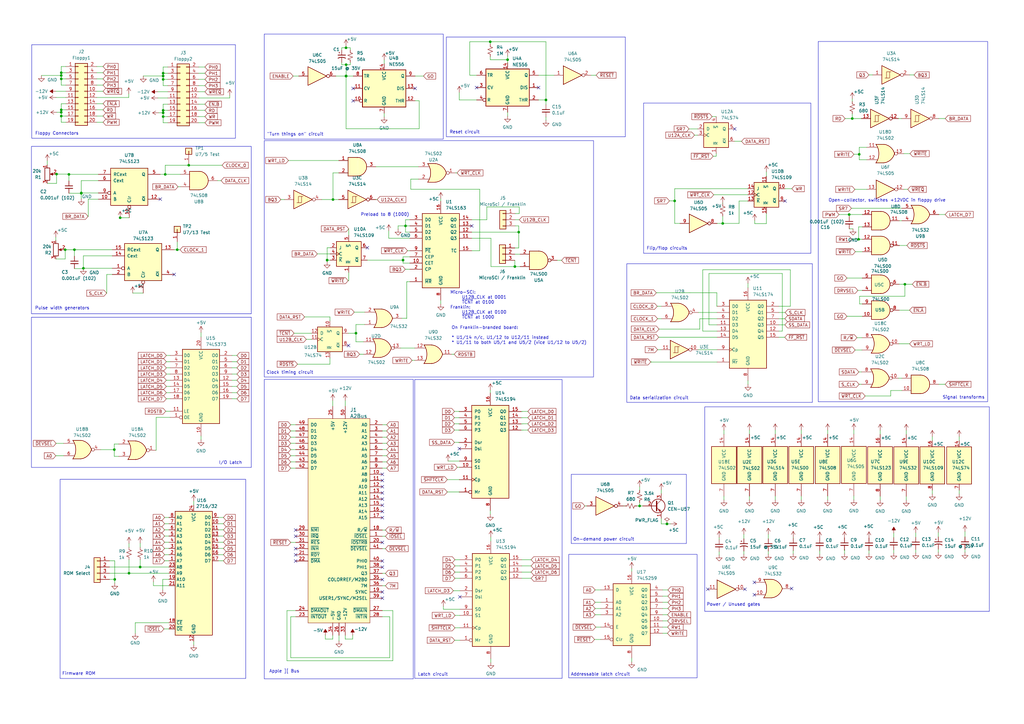
<source format=kicad_sch>
(kicad_sch (version 20230121) (generator eeschema)

  (uuid 56eaaa0c-e1fe-4237-9a20-09a5d3261c04)

  (paper "A3")

  (title_block
    (title "Micro-SCI Floppy Drive Controller")
    (date "2023-07-17")
    (rev "v0.2")
    (company "RyuCats")
  )

  

  (junction (at 352.3996 63.2968) (diameter 0) (color 0 0 0 0)
    (uuid 0eb7f77a-1691-46a5-beb9-708ba98faadf)
  )
  (junction (at 141.9606 31.1912) (diameter 0) (color 0 0 0 0)
    (uuid 13592c1d-8d3a-4a77-9349-f40d5d958c1c)
  )
  (junction (at 49.276 89.3064) (diameter 0) (color 0 0 0 0)
    (uuid 14d45346-d329-43a1-b9b8-64a35b0c2786)
  )
  (junction (at 25.1206 47.5996) (diameter 0) (color 0 0 0 0)
    (uuid 15f43f1c-accb-4895-805a-096f40d54a7a)
  )
  (junction (at 57.4802 232.5624) (diameter 0) (color 0 0 0 0)
    (uuid 227877cb-8d6b-42dd-9f7a-f23170c0b15d)
  )
  (junction (at 66.9036 46.2788) (diameter 0) (color 0 0 0 0)
    (uuid 227ba67b-bd2a-403b-9cca-ece13dfc9a29)
  )
  (junction (at 349.5548 48.6156) (diameter 0) (color 0 0 0 0)
    (uuid 22d6e3b8-95bd-43ec-9b4a-155fdcc0cc26)
  )
  (junction (at 262.3312 207.518) (diameter 0) (color 0 0 0 0)
    (uuid 23e17ec8-9479-4c85-9262-9a7a693e4f16)
  )
  (junction (at 66.9036 32.5628) (diameter 0) (color 0 0 0 0)
    (uuid 2668cc68-5cd8-4256-8d5f-46a4b9c3d00f)
  )
  (junction (at 23.1902 71.3994) (diameter 0) (color 0 0 0 0)
    (uuid 29ede8ec-7163-4f64-b12a-891361f6d83e)
  )
  (junction (at 141.9352 31.1912) (diameter 0) (color 0 0 0 0)
    (uuid 2ad1150c-6a6d-4f48-80de-136a5933bf00)
  )
  (junction (at 66.9036 45.2628) (diameter 0) (color 0 0 0 0)
    (uuid 3676ef53-63ee-4f61-b495-9fda43b885aa)
  )
  (junction (at 52.9082 235.1024) (diameter 0) (color 0 0 0 0)
    (uuid 4047e49c-241f-4070-8ebb-d2175194a5a3)
  )
  (junction (at 25.1206 45.0596) (diameter 0) (color 0 0 0 0)
    (uuid 40a6aa2a-e077-4ccc-98cc-345cab0b77dd)
  )
  (junction (at 25.1206 32.3596) (diameter 0) (color 0 0 0 0)
    (uuid 427efada-0d99-44ee-b65a-61a94a1ba131)
  )
  (junction (at 25.1206 46.0756) (diameter 0) (color 0 0 0 0)
    (uuid 44148518-9c6e-4761-89b6-5d970091b980)
  )
  (junction (at 66.9036 47.8028) (diameter 0) (color 0 0 0 0)
    (uuid 48719128-be50-41b3-839a-ab256d4cf8cc)
  )
  (junction (at 67.7672 71.5264) (diameter 0) (color 0 0 0 0)
    (uuid 5003d7e0-03d4-4a97-9867-30b08d65563e)
  )
  (junction (at 25.1206 29.8196) (diameter 0) (color 0 0 0 0)
    (uuid 5064e6d7-e5c5-4f08-9333-555f72eee4ee)
  )
  (junction (at 208.1784 24.4856) (diameter 0) (color 0 0 0 0)
    (uuid 52c27fbd-9fc4-4e48-90e6-38e3a0d82b5d)
  )
  (junction (at 77.4192 67.7672) (diameter 0) (color 0 0 0 0)
    (uuid 531f59de-cffa-4898-944c-2df625fa4f9d)
  )
  (junction (at 371.1448 116.586) (diameter 0) (color 0 0 0 0)
    (uuid 5481632d-fd31-48d1-9241-3db81d2839df)
  )
  (junction (at 47.0662 237.6424) (diameter 0) (color 0 0 0 0)
    (uuid 581e9f3c-406a-4072-8e53-4bc36d564c9b)
  )
  (junction (at 166.3192 92.6592) (diameter 0) (color 0 0 0 0)
    (uuid 62ec17b1-65c1-4c8e-8373-71d96a4abc8f)
  )
  (junction (at 201.0664 17.1196) (diameter 0) (color 0 0 0 0)
    (uuid 68ac5519-04af-4e05-a4cf-db1e10ee5e75)
  )
  (junction (at 25.1206 30.9626) (diameter 0) (color 0 0 0 0)
    (uuid 6a049e7b-9826-405a-8ee8-2a6dd344f06c)
  )
  (junction (at 212.7504 95.1992) (diameter 0) (color 0 0 0 0)
    (uuid 76f27323-c1b6-4a00-a4f9-70e5b2fc6f64)
  )
  (junction (at 296.418 91.6432) (diameter 0) (color 0 0 0 0)
    (uuid 79353c67-35db-4fb8-abb6-9245fc42cbe6)
  )
  (junction (at 72.6948 102.4128) (diameter 0) (color 0 0 0 0)
    (uuid 7ce3703f-729a-4203-950c-652f669b6459)
  )
  (junction (at 26.7208 102.4128) (diameter 0) (color 0 0 0 0)
    (uuid 8333f7e2-3100-475c-84ac-bd4fd90e46a2)
  )
  (junction (at 141.9098 19.6088) (diameter 0) (color 0 0 0 0)
    (uuid 85293332-46cf-469f-9f14-444ea1474be8)
  )
  (junction (at 145.9992 136.652) (diameter 0) (color 0 0 0 0)
    (uuid 8a6f51da-dbd5-4499-9d4d-062cfa0c7452)
  )
  (junction (at 165.3032 106.68) (diameter 0) (color 0 0 0 0)
    (uuid 977745df-e2a3-4c8b-8cd8-4034ea36c9c3)
  )
  (junction (at 66.9036 30.0228) (diameter 0) (color 0 0 0 0)
    (uuid 9b875f30-8f9b-4b5b-b27e-88f17676d28e)
  )
  (junction (at 33.3502 79.1464) (diameter 0) (color 0 0 0 0)
    (uuid 9f9bb35f-05c9-4917-bf0a-74edb9b5decb)
  )
  (junction (at 352.1456 98.1456) (diameter 0) (color 0 0 0 0)
    (uuid ad2be07c-8a30-4aa7-a902-e507f61e2d74)
  )
  (junction (at 28.2702 71.5264) (diameter 0) (color 0 0 0 0)
    (uuid ad8a0025-e6c4-4a4a-96d1-a3bb46b52a4d)
  )
  (junction (at 134.1628 106.68) (diameter 0) (color 0 0 0 0)
    (uuid ae179397-46b0-4a33-ac43-4aafafbfe5b9)
  )
  (junction (at 273.558 214.884) (diameter 0) (color 0 0 0 0)
    (uuid b0f8be71-f714-4244-b97f-54dbc83dae95)
  )
  (junction (at 276.7076 82.3976) (diameter 0) (color 0 0 0 0)
    (uuid b4a3bb6a-530b-4020-a7aa-af7ad092ce73)
  )
  (junction (at 34.2138 110.0328) (diameter 0) (color 0 0 0 0)
    (uuid b56295da-b4a2-4945-9c4d-f118b61e7a62)
  )
  (junction (at 141.9606 26.5176) (diameter 0) (color 0 0 0 0)
    (uuid b69758b6-d427-4d1f-9770-f7c02da649a6)
  )
  (junction (at 46.8884 184.404) (diameter 0) (color 0 0 0 0)
    (uuid c4f9e4e2-930d-4690-8724-998bb53a0423)
  )
  (junction (at 348.2848 87.9856) (diameter 0) (color 0 0 0 0)
    (uuid c6e410d8-fbfc-44b4-bcd8-be6e4755ff5a)
  )
  (junction (at 211.1756 109.3216) (diameter 0) (color 0 0 0 0)
    (uuid e4552e4c-cca1-4eb3-a435-a3bdac03e800)
  )
  (junction (at 136.5758 81.8388) (diameter 0) (color 0 0 0 0)
    (uuid ed67b67e-a426-4e33-b6fc-58e6ea6d54f9)
  )
  (junction (at 30.5308 102.4128) (diameter 0) (color 0 0 0 0)
    (uuid f08fc34c-75fd-4391-ab9e-36ec8f420cd0)
  )
  (junction (at 33.3502 79.2734) (diameter 0) (color 0 0 0 0)
    (uuid f2487e48-6677-414e-8fde-0accde918ba7)
  )
  (junction (at 223.9264 40.9956) (diameter 0) (color 0 0 0 0)
    (uuid f58bedbe-f86d-4c34-b2d0-1df5e8ec9b59)
  )
  (junction (at 66.9036 31.1658) (diameter 0) (color 0 0 0 0)
    (uuid fd8434a6-ac94-4e1e-834a-b713ca90d0b1)
  )

  (no_connect (at 121.2596 219.9386) (uuid 00079c83-a711-4f95-8171-4707c1ffe4f2))
  (no_connect (at 188.4172 184.023) (uuid 0023254e-99a6-4e38-9aea-036adb434f94))
  (no_connect (at 305.5366 241.681) (uuid 09946f3d-95c5-4e83-bdee-666ac37263df))
  (no_connect (at 220.8784 35.9156) (uuid 0b4616bb-b68c-4768-b13c-bb3ab37b1241))
  (no_connect (at 156.8196 242.7986) (uuid 11d10470-6e67-4a4b-a7d4-b72ef4a9d1ca))
  (no_connect (at 142.9512 141.732) (uuid 2152bf48-a03d-4428-a1b1-5d9930c6322c))
  (no_connect (at 321.9704 82.4484) (uuid 2357aadf-b5b6-4a47-84a0-ec9270bf8db0))
  (no_connect (at 156.8196 202.1586) (uuid 2dd1b146-5821-42d2-b7b7-652f3d37495f))
  (no_connect (at 156.8196 232.6386) (uuid 3885ffd3-fd3b-4dba-b4f6-fb833d8d535c))
  (no_connect (at 121.2596 227.5586) (uuid 3bb3b145-9e54-4d85-a684-3f371eba77c4))
  (no_connect (at 121.2596 230.0986) (uuid 40c3baa7-d5b0-4c7e-89ad-714f7d1d467f))
  (no_connect (at 71.4248 112.5728) (uuid 46481c9d-3219-495e-99d8-4db677316f31))
  (no_connect (at 144.8562 41.3512) (uuid 4e90335f-0b5c-44b6-954e-50c9221d83fb))
  (no_connect (at 309.4228 243.9416) (uuid 55a97291-90c8-48d1-b85b-42536268fe43))
  (no_connect (at 156.8196 197.0786) (uuid 5a352595-70d1-4dc3-83fe-9cc43b2ea3b8))
  (no_connect (at 121.2596 217.3986) (uuid 5c47f2df-94cd-4506-8fb8-5fba0f3f15d4))
  (no_connect (at 301.3456 52.8828) (uuid 67e50e74-ce51-41c4-8715-55e602ab574f))
  (no_connect (at 156.8196 222.4786) (uuid 730a19e5-44b6-4b85-b39d-3319b8b30c0e))
  (no_connect (at 156.8196 209.7786) (uuid 745f3071-b71a-4126-8cfe-b28100f2c83d))
  (no_connect (at 150.6728 101.6) (uuid 7f69b8a6-fd8d-4ebf-9fac-fb9372e95fdf))
  (no_connect (at 156.8196 237.7186) (uuid 83fd2193-17e5-4a27-adca-61ac1df8125e))
  (no_connect (at 324.6628 241.4016) (uuid 878414e4-e89b-4b62-b96a-3a45817a5ccd))
  (no_connect (at 170.2562 36.2712) (uuid 8f8dedf8-ce30-4ef7-94e6-bf4dd6dfbe7d))
  (no_connect (at 156.8196 245.3386) (uuid 956a391a-da2c-4d12-905e-127887b4e204))
  (no_connect (at 121.2596 225.0186) (uuid af4080e4-3e4a-42fa-a388-9422b5495276))
  (no_connect (at 309.4228 238.8616) (uuid b084c7d8-103e-4844-afc5-634992033d4b))
  (no_connect (at 195.4784 35.9156) (uuid bb9f08b1-817c-4157-86a8-001ebeb5682d))
  (no_connect (at 156.8196 194.5386) (uuid bd9d7e14-21b3-4dcd-9f41-a79fe09ce87e))
  (no_connect (at 193.4972 92.6592) (uuid c0166046-6244-47a5-9534-d1f90d7e129b))
  (no_connect (at 156.8196 199.6186) (uuid c06ada5e-2a3b-4df5-9a4d-1d7db4b05dca))
  (no_connect (at 156.8196 207.2386) (uuid cfd67672-d5af-4a82-ac5e-032c54d5ca3f))
  (no_connect (at 290.2966 241.681) (uuid d9ee195d-667c-46b5-8c90-2d715e6afbee))
  (no_connect (at 156.8196 212.3186) (uuid dad0e8de-846b-4927-a07b-a135ef708439))
  (no_connect (at 156.8196 230.0986) (uuid e84d737c-cffc-4102-ae0c-16e7870ea92c))
  (no_connect (at 144.8562 36.2712) (uuid e85963b0-aca1-4e88-8dcc-ea6a2b30aa16))
  (no_connect (at 188.6204 244.8052) (uuid f56a3247-35bc-4734-a52e-0c4d8a7dd57a))
  (no_connect (at 156.8196 204.6986) (uuid f83a257c-1ff9-4bb7-ae91-0221c4808d11))
  (no_connect (at 65.7352 81.6864) (uuid fbba59ff-199c-431d-9558-e8c866b5ce8c))

  (wire (pts (xy 199.6948 84.8868) (xy 199.6948 90.1192))
    (stroke (width 0) (type default))
    (uuid 00574d2a-adbb-461e-bfab-c3030d96eb4f)
  )
  (wire (pts (xy 44.9072 232.5624) (xy 57.4802 232.5624))
    (stroke (width 0) (type default))
    (uuid 0069cff1-7758-4892-937b-381c82fabe50)
  )
  (wire (pts (xy 214.0204 229.5652) (xy 217.8304 229.5652))
    (stroke (width 0) (type default))
    (uuid 007e0ebe-d85a-4638-af77-d1a23acf3dd8)
  )
  (wire (pts (xy 193.4972 102.8192) (xy 196.7484 102.8192))
    (stroke (width 0) (type default))
    (uuid 00886f5c-4976-4610-9ff6-c8245aa5e3db)
  )
  (wire (pts (xy 270.1544 138.3284) (xy 294.0812 138.3284))
    (stroke (width 0) (type default))
    (uuid 00f4b3b9-78f1-4610-b5e0-84f3d25adcc5)
  )
  (wire (pts (xy 25.1206 32.3596) (xy 25.1206 34.8996))
    (stroke (width 0) (type default))
    (uuid 00f7c9a1-a7ec-475d-ae41-a3a9244fac3f)
  )
  (wire (pts (xy 188.3664 196.723) (xy 188.3664 196.6976))
    (stroke (width 0) (type default))
    (uuid 0109a42f-4b31-4ebe-876a-96b722593589)
  )
  (wire (pts (xy 171.9072 52.7812) (xy 171.9072 41.3512))
    (stroke (width 0) (type default))
    (uuid 01e83326-4e98-4d5f-82ec-8f0b7bea881a)
  )
  (wire (pts (xy 271.78 259.7404) (xy 273.7612 259.7404))
    (stroke (width 0) (type default))
    (uuid 039917d2-99a2-4522-8665-986db18d8e31)
  )
  (wire (pts (xy 328.6252 176.403) (xy 328.6252 178.054))
    (stroke (width 0) (type default))
    (uuid 040dbea4-9977-4a31-9393-13ea60b16445)
  )
  (wire (pts (xy 89.6112 219.8624) (xy 91.6432 219.8624))
    (stroke (width 0) (type default))
    (uuid 04752ae3-bfc2-458d-bdc8-afea6c7649ee)
  )
  (wire (pts (xy 314.3504 91.694) (xy 309.5244 91.694))
    (stroke (width 0) (type default))
    (uuid 04a6efa1-aa9e-4645-bd05-c8e4cdf162a6)
  )
  (wire (pts (xy 165.3032 105.3592) (xy 165.3032 106.68))
    (stroke (width 0) (type default))
    (uuid 04c4f103-cb52-4f78-8869-ddd422c5923e)
  )
  (wire (pts (xy 306.7812 156.1084) (xy 306.7812 157.6324))
    (stroke (width 0) (type default))
    (uuid 05420eaf-24bd-4d1e-99bf-3be6ddd68c66)
  )
  (wire (pts (xy 292.0746 47.8028) (xy 293.7256 47.8028))
    (stroke (width 0) (type default))
    (uuid 05c4193c-faca-4502-a4be-7633bebf234d)
  )
  (wire (pts (xy 271.78 254.6604) (xy 273.812 254.6604))
    (stroke (width 0) (type default))
    (uuid 05fc5cc0-bb44-4350-a781-560e0e3b4c4c)
  )
  (wire (pts (xy 117.7036 250.4186) (xy 117.7036 270.9926))
    (stroke (width 0) (type default))
    (uuid 06181ce3-b06b-4529-8cce-dd2810672270)
  )
  (wire (pts (xy 349.5548 46.6852) (xy 349.5548 48.6156))
    (stroke (width 0) (type default))
    (uuid 06218eff-932a-4ad7-ab6b-b89dec2588f6)
  )
  (wire (pts (xy 69.2912 224.9424) (xy 67.5132 224.9424))
    (stroke (width 0) (type default))
    (uuid 064b29a8-f9a3-4267-b587-373d5046518a)
  )
  (wire (pts (xy 214.376 176.3776) (xy 216.4842 176.3776))
    (stroke (width 0) (type default))
    (uuid 0656086a-1f5b-495e-8615-b7c40f0badad)
  )
  (wire (pts (xy 65.7352 71.5264) (xy 67.7672 71.5264))
    (stroke (width 0) (type default))
    (uuid 0658e204-d1d7-4688-850d-e45c9a506c98)
  )
  (wire (pts (xy 170.2562 31.1912) (xy 173.7106 31.1912))
    (stroke (width 0) (type default))
    (uuid 067721b1-e889-468c-8cef-c43830664980)
  )
  (wire (pts (xy 188.2648 168.7576) (xy 186.3852 168.7576))
    (stroke (width 0) (type default))
    (uuid 0754172d-7b54-485f-b2c6-89de78d13fc8)
  )
  (wire (pts (xy 22.9616 39.9796) (xy 27.0256 39.9796))
    (stroke (width 0) (type default))
    (uuid 07851094-48db-4000-b57f-0f0e1e1f126f)
  )
  (wire (pts (xy 180.7972 81.4832) (xy 180.7972 82.4992))
    (stroke (width 0) (type default))
    (uuid 09aa1bf2-8a17-4f34-8d88-8b81ad5c5abb)
  )
  (wire (pts (xy 39.7256 45.0596) (xy 42.2656 45.0596))
    (stroke (width 0) (type default))
    (uuid 09c87717-7ef4-45f4-b64d-0750365e4a24)
  )
  (wire (pts (xy 68.2244 148.336) (xy 69.7484 148.336))
    (stroke (width 0) (type default))
    (uuid 0a0b1b1c-92a4-478c-aa5b-ee031bba2f03)
  )
  (wire (pts (xy 52.9082 235.1024) (xy 69.2912 235.1024))
    (stroke (width 0) (type default))
    (uuid 0b2ece80-3483-4240-b6c8-87d84edcd6a8)
  )
  (wire (pts (xy 68.2244 150.876) (xy 69.7484 150.876))
    (stroke (width 0) (type default))
    (uuid 0b68a056-85b6-48d1-a2cc-038c8a65659f)
  )
  (wire (pts (xy 66.7512 241.9096) (xy 66.7512 237.6424))
    (stroke (width 0) (type default))
    (uuid 0c0c9414-8569-47d0-9bbd-a5c6f7990176)
  )
  (wire (pts (xy 124.9172 129.9972) (xy 135.3312 129.9972))
    (stroke (width 0) (type default))
    (uuid 0c245cbd-de2b-42e4-ad95-41f85b657bc9)
  )
  (wire (pts (xy 352.3996 65.532) (xy 355.4476 65.532))
    (stroke (width 0) (type default))
    (uuid 0c490525-8dc8-42cf-8f5d-14c1f973c5bc)
  )
  (wire (pts (xy 27.0256 27.2796) (xy 25.1206 27.2796))
    (stroke (width 0) (type default))
    (uuid 0d15b18c-8f36-417c-8627-6d7fc247b2d0)
  )
  (wire (pts (xy 269.6972 130.7084) (xy 271.2212 130.7084))
    (stroke (width 0) (type default))
    (uuid 0d5c8966-853d-4aee-89ff-753b20ea3fd6)
  )
  (wire (pts (xy 25.1206 45.0596) (xy 27.0256 45.0596))
    (stroke (width 0) (type default))
    (uuid 0d838062-46de-45e9-bfdd-65e77dd8aee8)
  )
  (wire (pts (xy 67.9704 168.656) (xy 69.7484 168.656))
    (stroke (width 0) (type default))
    (uuid 0e12576a-5d20-430c-b87b-bc4facb73712)
  )
  (wire (pts (xy 350.2152 63.2968) (xy 352.3996 63.2968))
    (stroke (width 0) (type default))
    (uuid 0e4c835e-1a72-4fc8-beef-fd110906edea)
  )
  (wire (pts (xy 214.0204 232.1052) (xy 217.8304 232.1052))
    (stroke (width 0) (type default))
    (uuid 0f094e4b-acc5-4d61-81bb-2d09930a28bd)
  )
  (wire (pts (xy 262.3312 199.644) (xy 262.3312 201.041))
    (stroke (width 0) (type default))
    (uuid 10252dee-e0c1-46aa-b100-90f76de019ec)
  )
  (wire (pts (xy 159.8676 269.7226) (xy 159.8676 252.9586))
    (stroke (width 0) (type default))
    (uuid 103875b5-8d01-45bb-9766-b4bffd2a91ed)
  )
  (wire (pts (xy 171.6024 73.4568) (xy 168.5036 73.4568))
    (stroke (width 0) (type default))
    (uuid 1238dca2-75ce-456c-9355-6d2139e5e0aa)
  )
  (wire (pts (xy 269.5702 125.6284) (xy 271.2212 125.6284))
    (stroke (width 0) (type default))
    (uuid 124b9756-7dbf-43a0-80e7-a46f9a2b36c9)
  )
  (wire (pts (xy 214.376 176.403) (xy 214.376 176.3776))
    (stroke (width 0) (type default))
    (uuid 125e7f04-30f0-4f88-af7b-caf18148782b)
  )
  (wire (pts (xy 319.4812 125.6284) (xy 324.1802 125.6284))
    (stroke (width 0) (type default))
    (uuid 1356113a-513f-4af7-ba9a-3e0eb779f180)
  )
  (wire (pts (xy 244.348 257.2004) (xy 246.38 257.2004))
    (stroke (width 0) (type default))
    (uuid 13a98e74-3895-4860-ace8-42264bd188ca)
  )
  (wire (pts (xy 58.7756 31.1658) (xy 66.9036 31.1658))
    (stroke (width 0) (type default))
    (uuid 141295d1-b5fc-4f78-b6c6-4a5775b63835)
  )
  (wire (pts (xy 188.1124 176.403) (xy 188.1124 176.3776))
    (stroke (width 0) (type default))
    (uuid 14237b2d-35e0-4923-9a7b-d65817700424)
  )
  (wire (pts (xy 188.3664 196.6976) (xy 183.4642 196.6976))
    (stroke (width 0) (type default))
    (uuid 1568cca2-d9ad-41d0-b548-de2df5e16612)
  )
  (wire (pts (xy 368.8588 116.586) (xy 371.1448 116.586))
    (stroke (width 0) (type default))
    (uuid 15776cd5-5e30-4bf6-9cc4-824c5705194c)
  )
  (wire (pts (xy 72.6948 102.4128) (xy 73.8378 102.4128))
    (stroke (width 0) (type default))
    (uuid 161eeac9-3140-408f-bf18-bad1c281881f)
  )
  (wire (pts (xy 157.5562 46.4312) (xy 157.5562 47.9552))
    (stroke (width 0) (type default))
    (uuid 16728753-ca6c-4fe7-8178-d0982b6b4f17)
  )
  (wire (pts (xy 360.9848 203.5556) (xy 360.9848 205.0796))
    (stroke (width 0) (type default))
    (uuid 16755ab3-9878-498d-b781-70eb0a8321ce)
  )
  (wire (pts (xy 136.5758 70.9168) (xy 136.5758 81.8388))
    (stroke (width 0) (type default))
    (uuid 1675ca04-4c5f-4b67-bb62-04a02e0c8b69)
  )
  (wire (pts (xy 156.8196 179.2986) (xy 158.5976 179.2986))
    (stroke (width 0) (type default))
    (uuid 169e61eb-96e8-4c61-89f0-5030d1e7f392)
  )
  (wire (pts (xy 201.3712 109.3216) (xy 201.3712 97.7392))
    (stroke (width 0) (type default))
    (uuid 17d991fb-7651-4a3d-90b7-989e67fb6932)
  )
  (wire (pts (xy 315.1378 219.1766) (xy 315.1378 220.9546))
    (stroke (width 0) (type default))
    (uuid 1901c3db-6846-4baf-a944-eb37755bbafa)
  )
  (wire (pts (xy 25.1206 27.2796) (xy 25.1206 29.8196))
    (stroke (width 0) (type default))
    (uuid 19abd9cd-9670-4f1f-864f-883c3b0782ab)
  )
  (wire (pts (xy 286.4612 128.1684) (xy 294.0812 128.1684))
    (stroke (width 0) (type default))
    (uuid 1a8f27f6-8e7c-4479-9c29-473839a5673e)
  )
  (wire (pts (xy 140.1826 19.6088) (xy 141.9098 19.6088))
    (stroke (width 0) (type default))
    (uuid 1a9949f8-d6e1-44c2-8abb-f0e22252bdef)
  )
  (wire (pts (xy 193.4972 97.7392) (xy 201.3712 97.7392))
    (stroke (width 0) (type default))
    (uuid 1aa04cfe-8dfe-4531-80f7-9c39f6757763)
  )
  (wire (pts (xy 121.2596 186.9186) (xy 119.2276 186.9186))
    (stroke (width 0) (type default))
    (uuid 1af49ea9-2385-422c-915b-da380d233ae8)
  )
  (wire (pts (xy 344.1192 87.9856) (xy 348.2848 87.9856))
    (stroke (width 0) (type default))
    (uuid 1bdb14cd-6438-42dc-b5eb-9f1b82ac6ee8)
  )
  (wire (pts (xy 211.1756 104.2416) (xy 213.3092 104.2416))
    (stroke (width 0) (type default))
    (uuid 1bf36dd4-f692-415d-b903-22a2d1f06abb)
  )
  (wire (pts (xy 271.78 247.0404) (xy 273.939 247.0404))
    (stroke (width 0) (type default))
    (uuid 1df8e6c8-70be-4d44-9611-4958c61c9713)
  )
  (wire (pts (xy 69.2912 230.0224) (xy 67.5132 230.0224))
    (stroke (width 0) (type default))
    (uuid 1e42d8a7-e536-4d54-af0a-127f1462310f)
  )
  (wire (pts (xy 82.4484 178.816) (xy 82.4484 180.34))
    (stroke (width 0) (type default))
    (uuid 20d9c6c4-736f-4ad1-a5ed-f7de55b7f1d5)
  )
  (wire (pts (xy 208.1784 22.9616) (xy 208.1784 24.4856))
    (stroke (width 0) (type default))
    (uuid 213f6e22-e8c8-4492-a379-2322f30f3125)
  )
  (wire (pts (xy 90.678 74.0664) (xy 89.2048 74.0664))
    (stroke (width 0) (type default))
    (uuid 22081a94-28e3-4eac-a972-1e55a9b4b799)
  )
  (wire (pts (xy 186.5884 257.5052) (xy 188.6204 257.5052))
    (stroke (width 0) (type default))
    (uuid 22f92fd4-22c2-49c2-b68f-c98d01d59bb6)
  )
  (wire (pts (xy 133.4516 260.5786) (xy 133.4516 262.1026))
    (stroke (width 0) (type default))
    (uuid 234e4088-7b74-4b83-ac7a-d26a332b7728)
  )
  (wire (pts (xy 68.8086 42.7228) (xy 66.9036 42.7228))
    (stroke (width 0) (type default))
    (uuid 23a385f6-c567-4c32-b440-5de537d5d224)
  )
  (wire (pts (xy 25.1206 45.0596) (xy 25.1206 46.0756))
    (stroke (width 0) (type default))
    (uuid 24b5e0b4-6844-4584-9cc5-77dfd19e9a39)
  )
  (wire (pts (xy 165.3032 105.3592) (xy 168.0972 105.3592))
    (stroke (width 0) (type default))
    (uuid 252e28f1-2826-4f6b-b5a9-8bf0780e68d6)
  )
  (wire (pts (xy 266.9032 148.4376) (xy 267.0556 148.4376))
    (stroke (width 0) (type default))
    (uuid 260647dc-5c22-4300-8f41-c2a808039a1b)
  )
  (wire (pts (xy 244.094 252.1204) (xy 246.38 252.1204))
    (stroke (width 0) (type default))
    (uuid 26970cac-8593-4f8a-9df6-0c3172c51261)
  )
  (wire (pts (xy 188.1632 173.8376) (xy 186.3852 173.8376))
    (stroke (width 0) (type default))
    (uuid 26ddf6b2-550e-415c-8c7d-c6d7c0d5e523)
  )
  (wire (pts (xy 393.3952 179.0954) (xy 393.3952 180.7464))
    (stroke (width 0) (type default))
    (uuid 26e2c626-2054-4bf2-bc0f-17f2cb652a87)
  )
  (wire (pts (xy 350.8248 103.2256) (xy 353.6696 103.2256))
    (stroke (width 0) (type default))
    (uuid 27099863-8b7e-4f4e-9483-231766d037e6)
  )
  (wire (pts (xy 324.1802 110.6424) (xy 288.2392 110.6424))
    (stroke (width 0) (type default))
    (uuid 27b956ed-c09f-4b92-adbb-7df9d3bcc521)
  )
  (wire (pts (xy 188.214 171.2976) (xy 186.3852 171.2976))
    (stroke (width 0) (type default))
    (uuid 28d12758-ff2d-4dc4-9737-1eb7e05cd3dd)
  )
  (wire (pts (xy 142.9512 136.652) (xy 145.9992 136.652))
    (stroke (width 0) (type default))
    (uuid 291d89ff-3591-491a-bea1-d06156d7740c)
  )
  (wire (pts (xy 349.5548 48.6156) (xy 346.6084 48.6156))
    (stroke (width 0) (type default))
    (uuid 29968094-cb34-409f-889a-ef790877f393)
  )
  (wire (pts (xy 135.4328 101.6) (xy 134.1628 101.6))
    (stroke (width 0) (type default))
    (uuid 2acb5921-7af8-4f3f-ad29-3f90022b3486)
  )
  (wire (pts (xy 121.2596 222.4786) (xy 119.2276 222.4786))
    (stroke (width 0) (type default))
    (uuid 2b000f12-7837-4dbb-9b1f-5fedbdeacacc)
  )
  (wire (pts (xy 141.5796 262.1026) (xy 144.6276 262.1026))
    (stroke (width 0) (type default))
    (uuid 2b3e8503-775e-4be7-b759-0f65b7dd6fb9)
  )
  (wire (pts (xy 181.864 249.8852) (xy 188.6204 249.8852))
    (stroke (width 0) (type default))
    (uuid 2b771cda-6ef1-4228-a7b9-606d6089e450)
  )
  (wire (pts (xy 69.2912 214.7824) (xy 67.5132 214.7824))
    (stroke (width 0) (type default))
    (uuid 2b922a83-3308-4215-9822-51cefc25e060)
  )
  (wire (pts (xy 192.6844 30.8356) (xy 192.6844 17.1196))
    (stroke (width 0) (type default))
    (uuid 2bbb70e5-c86d-4125-b3fd-383eda8a636a)
  )
  (wire (pts (xy 145.9992 136.652) (xy 145.9992 140.208))
    (stroke (width 0) (type default))
    (uuid 2bd0af92-7508-40d7-8137-150efcf06ce9)
  )
  (wire (pts (xy 141.9352 31.1912) (xy 141.9352 52.7812))
    (stroke (width 0) (type default))
    (uuid 2c505973-1eb3-4942-becd-c975203b9252)
  )
  (wire (pts (xy 259.08 269.9004) (xy 259.08 271.4244))
    (stroke (width 0) (type default))
    (uuid 2ced7b97-65c3-40c2-855f-899ba28847a9)
  )
  (wire (pts (xy 25.1206 42.5196) (xy 25.1206 45.0596))
    (stroke (width 0) (type default))
    (uuid 2d971387-7e10-4b07-81d6-84dc00b9d4eb)
  )
  (wire (pts (xy 356.362 30.734) (xy 357.886 30.734))
    (stroke (width 0) (type default))
    (uuid 2f68bce5-d72c-4897-b6ff-95016d192940)
  )
  (wire (pts (xy 121.2596 184.3786) (xy 119.2276 184.3786))
    (stroke (width 0) (type default))
    (uuid 319b669a-6a92-4893-9b98-c408df234816)
  )
  (wire (pts (xy 79.4512 263.0424) (xy 79.4512 264.4394))
    (stroke (width 0) (type default))
    (uuid 33099e0a-fa78-4987-9d6f-e97f8bb30e04)
  )
  (wire (pts (xy 213.8172 176.403) (xy 214.376 176.403))
    (stroke (width 0) (type default))
    (uuid 330eb766-294c-41b5-8dbc-b9623757c888)
  )
  (wire (pts (xy 81.5086 35.1028) (xy 84.0486 35.1028))
    (stroke (width 0) (type default))
    (uuid 3321ca68-360f-43c2-96b3-e6b31e08b312)
  )
  (wire (pts (xy 39.7256 37.4396) (xy 42.2656 37.4396))
    (stroke (width 0) (type default))
    (uuid 33859ce5-cded-4922-abe0-c4afb5f18990)
  )
  (wire (pts (xy 145.9992 133.096) (xy 145.9992 136.652))
    (stroke (width 0) (type default))
    (uuid 33ca31fa-84e2-422e-88f1-847a5a145573)
  )
  (wire (pts (xy 244.094 249.5804) (xy 246.38 249.5804))
    (stroke (width 0) (type default))
    (uuid 33fcac58-8184-4d20-a1c4-284cdd66749e)
  )
  (wire (pts (xy 25.1206 29.8196) (xy 27.0256 29.8196))
    (stroke (width 0) (type default))
    (uuid 3417a8d8-27e7-4017-8c55-1a7645d76a1d)
  )
  (wire (pts (xy 64.7446 40.1828) (xy 68.8086 40.1828))
    (stroke (width 0) (type default))
    (uuid 348e1eab-d2c1-4b17-9096-fe568a6ea495)
  )
  (wire (pts (xy 271.78 244.5004) (xy 273.939 244.5004))
    (stroke (width 0) (type default))
    (uuid 34d43017-421d-4833-8ffd-032b2cb1a4d5)
  )
  (wire (pts (xy 33.3502 74.0664) (xy 33.3502 79.1464))
    (stroke (width 0) (type default))
    (uuid 3579f635-6354-42f8-a75c-3f1c4ddbabe0)
  )
  (wire (pts (xy 267.0556 148.4884) (xy 294.0812 148.4884))
    (stroke (width 0) (type default))
    (uuid 366e3e3b-16b9-4813-8093-b0a030f46916)
  )
  (wire (pts (xy 46.8884 187.198) (xy 48.6664 187.198))
    (stroke (width 0) (type default))
    (uuid 36dabc5e-7da5-44d2-9a3b-0b41b99f0479)
  )
  (wire (pts (xy 95.1484 161.036) (xy 97.1804 161.036))
    (stroke (width 0) (type default))
    (uuid 37a63329-bc53-4bc9-a3a4-1ec82f83cda1)
  )
  (wire (pts (xy 95.1484 148.336) (xy 97.1804 148.336))
    (stroke (width 0) (type default))
    (uuid 37f4e18f-a43e-4eb6-81b1-ce9b6990c4bc)
  )
  (wire (pts (xy 166.9288 115.5192) (xy 168.0972 115.5192))
    (stroke (width 0) (type default))
    (uuid 38817953-56b1-4e6d-9248-8bf813deacf0)
  )
  (wire (pts (xy 133.4516 262.1026) (xy 136.4996 262.1026))
    (stroke (width 0) (type default))
    (uuid 38891a5f-796b-4863-8641-e71ba85257a8)
  )
  (wire (pts (xy 356.4128 225.7552) (xy 356.4128 227.0506))
    (stroke (width 0) (type default))
    (uuid 38b47637-5050-47ac-af4f-98392006f2e2)
  )
  (wire (pts (xy 352.552 121.5136) (xy 352.552 124.6632))
    (stroke (width 0) (type default))
    (uuid 38bbb2ba-655f-4fc6-b64c-71279fa91587)
  )
  (wire (pts (xy 156.8196 189.4586) (xy 158.5976 189.4586))
    (stroke (width 0) (type default))
    (uuid 39057a9e-8840-42e9-83e6-4aff46397e01)
  )
  (wire (pts (xy 188.4172 168.783) (xy 188.2648 168.783))
    (stroke (width 0) (type default))
    (uuid 3967a7f7-9cae-4a03-ab22-fbf79e569eef)
  )
  (wire (pts (xy 139.0396 260.5786) (xy 139.0396 262.8646))
    (stroke (width 0) (type default))
    (uuid 39c95b3c-9153-493a-bf90-c97480710e15)
  )
  (wire (pts (xy 276.7076 77.3684) (xy 306.7304 77.3684))
    (stroke (width 0) (type default))
    (uuid 39cb24c1-da17-45ac-a22a-b2797c1ec8d6)
  )
  (wire (pts (xy 188.3664 196.723) (xy 188.4172 196.723))
    (stroke (width 0) (type default))
    (uuid 39e6851e-e98b-4b38-ac47-417d5a1b0d16)
  )
  (wire (pts (xy 41.3004 184.404) (xy 46.8884 184.404))
    (stroke (width 0) (type default))
    (uuid 3a9f8d25-150e-4f10-bfd9-b6eb1252dc52)
  )
  (wire (pts (xy 212.9536 84.8868) (xy 199.6948 84.8868))
    (stroke (width 0) (type default))
    (uuid 3b07724e-288b-47d2-842d-3bb7c521462f)
  )
  (wire (pts (xy 347.3704 129.7432) (xy 353.6188 129.7432))
    (stroke (width 0) (type default))
    (uuid 3b0854d9-c882-4656-b38a-d91434bdd4de)
  )
  (wire (pts (xy 156.8196 184.3786) (xy 158.5976 184.3786))
    (stroke (width 0) (type default))
    (uuid 3b1f80e4-9899-4eba-b63e-89ca6dbb1c37)
  )
  (wire (pts (xy 325.2978 225.8314) (xy 325.2978 227.0506))
    (stroke (width 0) (type default))
    (uuid 3b5fe685-44aa-435c-856c-b0131936263f)
  )
  (wire (pts (xy 156.8196 240.2586) (xy 158.0896 240.2586))
    (stroke (width 0) (type default))
    (uuid 3b8dae4d-f4bc-4417-a381-a0888263da7b)
  )
  (wire (pts (xy 81.5086 45.2628) (xy 84.0486 45.2628))
    (stroke (width 0) (type default))
    (uuid 3c53083b-e778-489a-8a5a-3aef58728150)
  )
  (wire (pts (xy 271.78 257.2004) (xy 273.812 257.2004))
    (stroke (width 0) (type default))
    (uuid 3d31a697-51de-4e0a-a36c-b8e16bc1a8d7)
  )
  (wire (pts (xy 55.5244 255.4224) (xy 55.5244 255.4732))
    (stroke (width 0) (type default))
    (uuid 3d3fab1e-b37f-4852-bd25-3f861271cbb9)
  )
  (wire (pts (xy 259.08 233.1974) (xy 259.08 234.3404))
    (stroke (width 0) (type default))
    (uuid 3d43c4df-5732-4c74-b1d1-0e5d80941e7a)
  )
  (wire (pts (xy 141.9352 52.7812) (xy 171.9072 52.7812))
    (stroke (width 0) (type default))
    (uuid 3dda110d-7a2a-4c29-aebd-62a4e68366d0)
  )
  (wire (pts (xy 214.0204 234.6452) (xy 217.8304 234.6452))
    (stroke (width 0) (type default))
    (uuid 3f5f71cf-4671-493f-adfd-29d112b44546)
  )
  (wire (pts (xy 296.418 88.646) (xy 296.418 91.6432))
    (stroke (width 0) (type default))
    (uuid 4099f960-bb91-49e1-bf30-9ce4f3907b58)
  )
  (wire (pts (xy 220.8784 40.9956) (xy 223.9264 40.9956))
    (stroke (width 0) (type default))
    (uuid 41a9a39b-2cbb-44f0-80fa-514630e8dc44)
  )
  (wire (pts (xy 188.6204 237.1852) (xy 186.5884 237.1852))
    (stroke (width 0) (type default))
    (uuid 42272146-16b6-4961-b697-8d8f07fcfca2)
  )
  (wire (pts (xy 69.2912 219.8624) (xy 67.5132 219.8624))
    (stroke (width 0) (type default))
    (uuid 423ac83c-2820-4103-b475-46dbb6c3c019)
  )
  (wire (pts (xy 188.3156 201.7776) (xy 183.4642 201.7776))
    (stroke (width 0) (type default))
    (uuid 4260c575-11f9-4ef1-ad5f-cbee43830f9b)
  )
  (wire (pts (xy 154.178 68.3768) (xy 171.6024 68.3768))
    (stroke (width 0) (type default))
    (uuid 433226a3-aef3-4bef-9e83-7e8e6566a820)
  )
  (wire (pts (xy 95.1484 150.876) (xy 97.1804 150.876))
    (stroke (width 0) (type default))
    (uuid 4386ef56-a88d-4d19-8f54-59ec26d88a07)
  )
  (wire (pts (xy 303.1236 82.4484) (xy 306.7304 82.4484))
    (stroke (width 0) (type default))
    (uuid 44999f12-341c-4217-a46e-dfd61699ebac)
  )
  (wire (pts (xy 69.2912 222.4024) (xy 67.5132 222.4024))
    (stroke (width 0) (type default))
    (uuid 4566a2a0-6592-4246-b2d5-7715d2ce6563)
  )
  (wire (pts (xy 273.558 214.884) (xy 271.2212 214.884))
    (stroke (width 0) (type default))
    (uuid 45a47d51-b855-4423-bb51-458cfe753fb6)
  )
  (wire (pts (xy 154.1272 81.8388) (xy 154.686 81.8388))
    (stroke (width 0) (type default))
    (uuid 45fefb57-e01b-4797-b7a4-e56e0b2a70bb)
  )
  (wire (pts (xy 52.9082 222.9104) (xy 52.9082 224.4344))
    (stroke (width 0) (type default))
    (uuid 46ab67f8-f711-4e63-a219-1709c00c7dcd)
  )
  (wire (pts (xy 22.9108 97.282) (xy 22.9108 98.6028))
    (stroke (width 0) (type default))
    (uuid 47e81150-f847-4373-94c8-74272ed0d6b8)
  )
  (wire (pts (xy 213.8172 173.863) (xy 214.3252 173.863))
    (stroke (width 0) (type default))
    (uuid 48d9f184-31bd-403f-812a-b8925b43f59d)
  )
  (wire (pts (xy 208.1784 24.4856) (xy 208.1784 25.7556))
    (stroke (width 0) (type default))
    (uuid 48f198fa-4e7c-4caa-a879-e9922c229418)
  )
  (wire (pts (xy 156.8196 219.9386) (xy 158.0896 219.9386))
    (stroke (width 0) (type default))
    (uuid 4907fd95-2adc-4178-91f0-5e7ab6a8d462)
  )
  (wire (pts (xy 89.6112 222.4024) (xy 91.6432 222.4024))
    (stroke (width 0) (type default))
    (uuid 4981531b-a445-425a-985c-35b8db68489f)
  )
  (wire (pts (xy 141.9352 31.1912) (xy 141.9606 31.1912))
    (stroke (width 0) (type default))
    (uuid 49a241a9-90c2-4b7a-bedd-d204d312788e)
  )
  (wire (pts (xy 166.8272 115.57) (xy 166.9288 115.57))
    (stroke (width 0) (type default))
    (uuid 49cc91fd-dd84-4fc1-9692-8fb5e34396a5)
  )
  (wire (pts (xy 43.7388 120.2436) (xy 43.7896 120.2436))
    (stroke (width 0) (type default))
    (uuid 49f73d90-a4b4-4984-9ada-872de592c31d)
  )
  (wire (pts (xy 166.3192 95.1992) (xy 168.0972 95.1992))
    (stroke (width 0) (type default))
    (uuid 49fdc7cd-5779-4afe-82e8-1924159c0fb2)
  )
  (wire (pts (xy 306.7812 116.2304) (xy 306.7812 118.0084))
    (stroke (width 0) (type default))
    (uuid 4a0e8f76-ca6e-4721-992e-d4d4f847c5fd)
  )
  (wire (pts (xy 239.8776 207.518) (xy 240.5888 207.518))
    (stroke (width 0) (type default))
    (uuid 4a2acf95-6f7d-4425-a23c-0cb7cb65edd5)
  )
  (wire (pts (xy 140.1826 26.5176) (xy 141.9606 26.5176))
    (stroke (width 0) (type default))
    (uuid 4a6bcec2-0cdb-4f58-930e-63f866cb2527)
  )
  (wire (pts (xy 135.3312 129.9972) (xy 135.3312 131.572))
    (stroke (width 0) (type default))
    (uuid 4a8387e4-c19b-44cc-9feb-8ae263107b2f)
  )
  (wire (pts (xy 27.0256 42.5196) (xy 25.1206 42.5196))
    (stroke (width 0) (type default))
    (uuid 4af229f5-987e-4c55-9490-6faecb3c88dd)
  )
  (wire (pts (xy 294.0812 133.2484) (xy 290.7792 133.2484))
    (stroke (width 0) (type default))
    (uuid 4b3e831f-a122-4475-bcb9-8db61283b7fb)
  )
  (wire (pts (xy 375.5898 225.3996) (xy 375.5898 226.6696))
    (stroke (width 0) (type default))
    (uuid 4b422eec-f9ee-4120-8d22-d5d00ab5f408)
  )
  (wire (pts (xy 276.7076 91.6432) (xy 276.7076 82.3976))
    (stroke (width 0) (type default))
    (uuid 4c87f223-dc35-4b7b-9e2f-17fe38a876c1)
  )
  (wire (pts (xy 23.2156 71.4248) (xy 23.1648 71.4248))
    (stroke (width 0) (type default))
    (uuid 4c8f8603-2af7-4091-911b-bc7110ad9154)
  )
  (wire (pts (xy 188.3156 201.803) (xy 188.3156 201.7776))
    (stroke (width 0) (type default))
    (uuid 4ca7ba50-1b86-4d8e-ae73-33f61bbbc22b)
  )
  (wire (pts (xy 67.7672 67.7672) (xy 67.7672 71.5264))
    (stroke (width 0) (type default))
    (uuid 4ceffd38-2de5-46a5-a0f7-e842ec3cae1d)
  )
  (wire (pts (xy 156.8196 217.3986) (xy 158.0896 217.3986))
    (stroke (width 0) (type default))
    (uuid 4dc6859c-4634-4b4e-8fad-c1355a95536a)
  )
  (wire (pts (xy 317.9572 176.403) (xy 317.9572 178.054))
    (stroke (width 0) (type default))
    (uuid 4dce062f-fe9c-45ba-bf07-19e677fc1793)
  )
  (wire (pts (xy 385.1148 157.6324) (xy 387.6548 157.6324))
    (stroke (width 0) (type default))
    (uuid 4dde7aee-c1c9-4f18-8bfc-1b6958c65307)
  )
  (wire (pts (xy 81.5086 40.1828) (xy 94.234 40.1828))
    (stroke (width 0) (type default))
    (uuid 4dffd22e-b19b-47f3-854b-ff138b1e6189)
  )
  (wire (pts (xy 63.9064 184.658) (xy 64.0334 184.658))
    (stroke (width 0) (type default))
    (uuid 4fc3c75b-2b15-47d6-9f44-3c0048d976f1)
  )
  (wire (pts (xy 68.2244 161.036) (xy 69.7484 161.036))
    (stroke (width 0) (type default))
    (uuid 4fc5ae12-b524-423e-a64b-06c7f1a248a6)
  )
  (wire (pts (xy 269.6972 143.4084) (xy 271.0942 143.4084))
    (stroke (width 0) (type default))
    (uuid 503cfeda-3806-406b-97d7-dfb204b10ed8)
  )
  (wire (pts (xy 166.2176 110.4392) (xy 168.0972 110.4392))
    (stroke (width 0) (type default))
    (uuid 503d515e-d298-49b3-9128-617c3ddc37ee)
  )
  (wire (pts (xy 214.2236 168.783) (xy 214.2236 168.7576))
    (stroke (width 0) (type default))
    (uuid 5151ee5e-a27f-4647-8844-e7d15f1ade8d)
  )
  (wire (pts (xy 66.9036 32.5628) (xy 68.8086 32.5628))
    (stroke (width 0) (type default))
    (uuid 51d485f7-bfd6-4fd6-8acc-f0dfff888b18)
  )
  (wire (pts (xy 166.7764 130.556) (xy 164.7952 130.556))
    (stroke (width 0) (type default))
    (uuid 51f46faa-d72c-4e35-bc56-5e81ffa15070)
  )
  (wire (pts (xy 69.2912 255.4224) (xy 55.5244 255.4224))
    (stroke (width 0) (type default))
    (uuid 523202d4-2946-4bb5-908b-af87af37ffd7)
  )
  (wire (pts (xy 91.0844 67.7672) (xy 77.4192 67.7672))
    (stroke (width 0) (type default))
    (uuid 52a60d08-2dbf-4619-8a92-9b2345afb6d0)
  )
  (wire (pts (xy 156.8196 191.9986) (xy 158.5976 191.9986))
    (stroke (width 0) (type default))
    (uuid 5416c4df-ea7a-4661-b447-aa109c05d071)
  )
  (wire (pts (xy 65.1256 46.2788) (xy 66.9036 46.2788))
    (stroke (width 0) (type default))
    (uuid 5491647b-0b85-416f-93e0-6c1f9368cd13)
  )
  (wire (pts (xy 23.1648 71.3994) (xy 23.1902 71.3994))
    (stroke (width 0) (type default))
    (uuid 5491fb1e-350e-4e2f-9d5c-f47ad0356699)
  )
  (wire (pts (xy 26.7208 102.4128) (xy 30.5308 102.4128))
    (stroke (width 0) (type default))
    (uuid 55118ca5-8baa-4b75-96a8-00122cf2edf0)
  )
  (wire (pts (xy 34.2138 110.1598) (xy 34.2138 110.0328))
    (stroke (width 0) (type default))
    (uuid 556b4a53-b62f-4252-96c9-9ca89fdc3d20)
  )
  (wire (pts (xy 349.1992 85.4456) (xy 369.8748 85.4456))
    (stroke (width 0) (type default))
    (uuid 55d3f1c2-e517-4981-b285-9922f65640fa)
  )
  (wire (pts (xy 89.6112 227.4824) (xy 91.6432 227.4824))
    (stroke (width 0) (type default))
    (uuid 5648e0ad-7908-45e0-aea0-ff9d8423af02)
  )
  (wire (pts (xy 28.2702 71.3994) (xy 28.2702 71.5264))
    (stroke (width 0) (type default))
    (uuid 5658af5f-d1cd-4663-a1fe-ed5c88f13f38)
  )
  (wire (pts (xy 375.5898 218.5416) (xy 375.5898 220.3196))
    (stroke (width 0) (type default))
    (uuid 56948bf0-737c-45db-941e-683353cd28b0)
  )
  (wire (pts (xy 143.637 26.5176) (xy 143.637 25.6032))
    (stroke (width 0) (type default))
    (uuid 56bb9998-61ef-4e71-a674-95362aced7e1)
  )
  (wire (pts (xy 188.6204 229.5652) (xy 186.5884 229.5652))
    (stroke (width 0) (type default))
    (uuid 56f30c88-ac25-4f56-aaeb-5771d64dd65b)
  )
  (wire (pts (xy 296.418 83.2612) (xy 296.418 83.566))
    (stroke (width 0) (type default))
    (uuid 5766c08c-fa98-4ffa-bbe8-9414ae131a19)
  )
  (wire (pts (xy 350.6216 77.6732) (xy 355.5492 77.6732))
    (stroke (width 0) (type default))
    (uuid 57ac7607-ea2f-40e2-b641-ca4514d3457f)
  )
  (wire (pts (xy 62.9412 238.6584) (xy 62.9412 240.1824))
    (stroke (width 0) (type default))
    (uuid 57b03b87-e2af-4532-b248-556742f50a61)
  )
  (wire (pts (xy 201.3204 270.2052) (xy 201.3204 271.7292))
    (stroke (width 0) (type default))
    (uuid 58caff2d-1d3d-491d-b34e-72cc4f061328)
  )
  (wire (pts (xy 77.4192 67.1068) (xy 77.4192 67.7672))
    (stroke (width 0) (type default))
    (uuid 58e16511-32bc-462d-b687-6385153f3928)
  )
  (wire (pts (xy 223.9264 48.006) (xy 223.9264 49.276))
    (stroke (width 0) (type default))
    (uuid 59bfd61c-8225-4dd8-ad12-5afe7437b3ff)
  )
  (wire (pts (xy 135.3312 149.352) (xy 135.3312 146.812))
    (stroke (width 0) (type default))
    (uuid 5a227e02-fa3c-40d9-a14d-aaff9005e21f)
  )
  (wire (pts (xy 339.4456 203.454) (xy 339.4456 204.978))
    (stroke (width 0) (type default))
    (uuid 5a57304e-934c-4656-9795-a2a8b4a6cf7d)
  )
  (wire (pts (xy 166.3192 92.6592) (xy 166.3192 95.1992))
    (stroke (width 0) (type default))
    (uuid 5a8d9d77-6aca-49ad-b8b1-3977554b3938)
  )
  (wire (pts (xy 223.9264 40.9956) (xy 223.9264 42.926))
    (stroke (width 0) (type default))
    (uuid 5a93a4ea-562e-44c5-b905-3cca52468a57)
  )
  (wire (pts (xy 165.3032 107.8992) (xy 168.0972 107.8992))
    (stroke (width 0) (type default))
    (uuid 5a9c97a0-d3d2-47d7-898f-6943d1784de3)
  )
  (wire (pts (xy 352.1456 98.1456) (xy 353.6696 98.1456))
    (stroke (width 0) (type default))
    (uuid 5ba471de-1093-4326-92c0-2723a5375b7c)
  )
  (wire (pts (xy 69.2912 232.5624) (xy 57.4802 232.5624))
    (stroke (width 0) (type default))
    (uuid 5bb4bce1-7781-49b0-a2e5-2ff3fda530cc)
  )
  (wire (pts (xy 23.1902 71.3994) (xy 28.2702 71.3994))
    (stroke (width 0) (type default))
    (uuid 5bc08166-176c-4bc0-a744-129bef0b5a09)
  )
  (wire (pts (xy 117.7036 270.9926) (xy 161.1376 270.9926))
    (stroke (width 0) (type default))
    (uuid 5d20f513-96f3-45e6-8e6f-df8ab9df89d5)
  )
  (wire (pts (xy 25.1206 34.8996) (xy 27.0256 34.8996))
    (stroke (width 0) (type default))
    (uuid 5d27cbd1-0833-4211-8852-53f61dfeee2f)
  )
  (wire (pts (xy 271.2212 214.884) (xy 271.2212 212.598))
    (stroke (width 0) (type default))
    (uuid 5e0fc28b-2322-45f8-ac8b-3f81af2ed0b1)
  )
  (wire (pts (xy 211.1756 109.3216) (xy 201.3712 109.3216))
    (stroke (width 0) (type default))
    (uuid 5e87eaba-075b-4738-8ff1-ee1157d6e755)
  )
  (wire (pts (xy 365.3028 160.1724) (xy 369.8748 160.1724))
    (stroke (width 0) (type default))
    (uuid 5f0383a7-215e-4f03-85c0-68d3049b999d)
  )
  (wire (pts (xy 346.3544 225.7044) (xy 346.3544 225.552))
    (stroke (width 0) (type default))
    (uuid 5f0f161d-83dc-42ac-b427-ad2e77af7ede)
  )
  (wire (pts (xy 30.5308 110.1598) (xy 34.2138 110.1598))
    (stroke (width 0) (type default))
    (uuid 5fb15627-80e5-473b-beed-b3c3677fed7c)
  )
  (wire (pts (xy 150.6728 106.68) (xy 165.3032 106.68))
    (stroke (width 0) (type default))
    (uuid 6027640f-37e0-42d7-bf20-38ff168b7741)
  )
  (wire (pts (xy 188.4172 173.863) (xy 188.1632 173.863))
    (stroke (width 0) (type default))
    (uuid 605720ed-af1b-4dfc-a387-9deda0016788)
  )
  (wire (pts (xy 136.4996 164.3126) (xy 136.4996 166.5986))
    (stroke (width 0) (type default))
    (uuid 605c18e9-0ab9-4d66-88fd-46675570926a)
  )
  (wire (pts (xy 79.4512 205.5114) (xy 79.4512 207.1624))
    (stroke (width 0) (type default))
    (uuid 60871891-2df0-49f7-be1f-edc791cc21ca)
  )
  (wire (pts (xy 89.6112 212.2424) (xy 91.6432 212.2424))
    (stroke (width 0) (type default))
    (uuid 624fcb26-8478-4879-b948-381a3add81e3)
  )
  (wire (pts (xy 319.4812 128.1684) (xy 322.0212 128.1684))
    (stroke (width 0) (type default))
    (uuid 62dda6bf-06ac-4807-aa1f-d13c2009baa1)
  )
  (wire (pts (xy 288.2392 110.6424) (xy 288.2392 135.7884))
    (stroke (width 0) (type default))
    (uuid 63057f4f-4e69-4e43-9e92-bd81ee732720)
  )
  (wire (pts (xy 33.3502 79.1464) (xy 40.3352 79.1464))
    (stroke (width 0) (type default))
    (uuid 6321416b-30b3-4b93-80cc-2411b8f9b33f)
  )
  (wire (pts (xy 188.0616 181.483) (xy 188.0616 181.4576))
    (stroke (width 0) (type default))
    (uuid 6323875b-d635-4373-85e7-d8dcb2a61c35)
  )
  (wire (pts (xy 201.0664 24.4856) (xy 208.1784 24.4856))
    (stroke (width 0) (type default))
    (uuid 633ec72a-454b-4d3b-af89-ad2036b4d8a4)
  )
  (wire (pts (xy 352.3996 60.452) (xy 355.4476 60.452))
    (stroke (width 0) (type default))
    (uuid 63959264-16ee-4962-ad4c-eafca22a7c90)
  )
  (wire (pts (xy 187.5536 191.643) (xy 188.4172 191.643))
    (stroke (width 0) (type default))
    (uuid 63e18da4-8347-42b2-bd70-13cde09d2d3a)
  )
  (wire (pts (xy 228.5492 106.7816) (xy 230.3272 106.7816))
    (stroke (width 0) (type default))
    (uuid 64a58eeb-d4ee-410c-8ff3-2a88fbb9cb05)
  )
  (wire (pts (xy 134.1628 101.6) (xy 134.1628 106.68))
    (stroke (width 0) (type default))
    (uuid 64af0dbc-1b39-4f10-a8f3-e307cff166e4)
  )
  (wire (pts (xy 188.6204 232.1052) (xy 186.5884 232.1052))
    (stroke (width 0) (type default))
    (uuid 6546e8b9-070e-4734-af73-74371519eb4f)
  )
  (wire (pts (xy 201.0664 17.1196) (xy 201.0664 18.1356))
    (stroke (width 0) (type default))
    (uuid 65726ef2-7724-4050-a8f1-a0d6b0b1f389)
  )
  (wire (pts (xy 212.7504 95.1992) (xy 212.7504 101.7016))
    (stroke (width 0) (type default))
    (uuid 658a61c5-4d22-48b5-955c-1c092cd87e9f)
  )
  (wire (pts (xy 201.3204 220.2688) (xy 201.3204 221.9452))
    (stroke (width 0) (type default))
    (uuid 6606898b-f154-4605-9ad4-74e8d26a44d2)
  )
  (wire (pts (xy 119.2276 269.7226) (xy 159.8676 269.7226))
    (stroke (width 0) (type default))
    (uuid 662978bf-e6e8-4b6b-b7a4-8884a09091f4)
  )
  (wire (pts (xy 352.3488 157.6324) (xy 353.2886 157.6324))
    (stroke (width 0) (type default))
    (uuid 66946c96-058e-4f2f-a437-cc7b6e228f96)
  )
  (wire (pts (xy 213.8172 168.783) (xy 214.2236 168.783))
    (stroke (width 0) (type default))
    (uuid 66f062fa-e1d0-43e7-9013-bc3b428019b1)
  )
  (wire (pts (xy 143.0528 111.76) (xy 143.0528 115.1128))
    (stroke (width 0) (type default))
    (uuid 670e178b-6366-4afa-bd53-5aaa898f7e46)
  )
  (wire (pts (xy 370.6876 62.992) (xy 373.2276 62.992))
    (stroke (width 0) (type default))
    (uuid 6777b30f-0ff3-4c9e-b6a6-05446795408c)
  )
  (wire (pts (xy 134.1628 106.68) (xy 135.4328 106.68))
    (stroke (width 0) (type default))
    (uuid 67859678-f733-4bce-81e0-d25b8ccd0268)
  )
  (wire (pts (xy 23.1902 71.3994) (xy 23.1902 75.2348))
    (stroke (width 0) (type default))
    (uuid 67d3dc2d-538f-4abc-af89-a56dd839af5f)
  )
  (wire (pts (xy 121.2596 252.9586) (xy 119.2276 252.9586))
    (stroke (width 0) (type default))
    (uuid 67dfcd6c-ca86-4af6-8273-7059cbf9ea27)
  )
  (wire (pts (xy 353.6188 124.6632) (xy 352.552 124.6632))
    (stroke (width 0) (type default))
    (uuid 686bc8d2-4be6-4bfe-910d-2dd253b6e95d)
  )
  (wire (pts (xy 368.9096 100.6856) (xy 371.9576 100.6856))
    (stroke (width 0) (type default))
    (uuid 688a0654-a81b-46e2-ae58-020e9b2a8ea7)
  )
  (wire (pts (xy 52.9082 229.5144) (xy 52.9082 235.1024))
    (stroke (width 0) (type default))
    (uuid 68ad8034-034a-4c62-96d1-0f1908f984b9)
  )
  (wire (pts (xy 49.276 89.3064) (xy 53.0352 89.3064))
    (stroke (width 0) (type default))
    (uuid 68e743c6-e514-4989-bf2d-f84abf2c38f8)
  )
  (wire (pts (xy 336.1944 225.806) (xy 336.1944 226.1108))
    (stroke (width 0) (type default))
    (uuid 694680b7-3ea4-4dcd-a040-307d5e24989e)
  )
  (wire (pts (xy 188.2648 168.783) (xy 188.2648 168.7576))
    (stroke (width 0) (type default))
    (uuid 69a5b1af-f60d-4415-a829-f6fb266dc53b)
  )
  (wire (pts (xy 64.7446 37.6428) (xy 68.8086 37.6428))
    (stroke (width 0) (type default))
    (uuid 69ab0450-3de0-4751-b2bc-1877d366a6ab)
  )
  (wire (pts (xy 66.9036 47.8028) (xy 68.8086 47.8028))
    (stroke (width 0) (type default))
    (uuid 69fc3051-11f5-48d8-826a-0deb3deb4996)
  )
  (wire (pts (xy 351.4852 138.4808) (xy 353.5172 138.4808))
    (stroke (width 0) (type default))
    (uuid 6a55a68e-de0e-4d08-823f-f1cf6d4cf9f3)
  )
  (wire (pts (xy 121.2596 181.8386) (xy 119.2276 181.8386))
    (stroke (width 0) (type default))
    (uuid 6a648917-f4bd-4f57-8627-7697b7359582)
  )
  (wire (pts (xy 39.7256 47.5996) (xy 42.2656 47.5996))
    (stroke (width 0) (type default))
    (uuid 6b23b496-1277-4f99-8912-63d968d6ffcd)
  )
  (wire (pts (xy 373.126 30.734) (xy 374.904 30.734))
    (stroke (width 0) (type default))
    (uuid 6b358b45-4a66-4e6b-b83e-076bb50c279c)
  )
  (wire (pts (xy 81.5086 27.4828) (xy 84.0486 27.4828))
    (stroke (width 0) (type default))
    (uuid 6b3fa861-947e-47d3-baef-e368820581a3)
  )
  (wire (pts (xy 290.7792 133.2484) (xy 290.7792 112.1664))
    (stroke (width 0) (type default))
    (uuid 6bf2bb9b-180f-4c87-b935-3195b55aea31)
  )
  (wire (pts (xy 82.4484 136.398) (xy 82.4484 138.176))
    (stroke (width 0)
... [338700 chars truncated]
</source>
